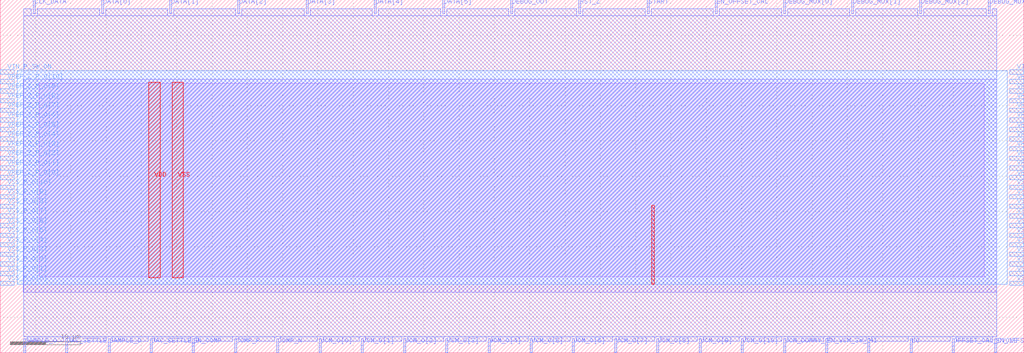
<source format=lef>
VERSION 5.7 ;
  NOWIREEXTENSIONATPIN ON ;
  DIVIDERCHAR "/" ;
  BUSBITCHARS "[]" ;
MACRO state_machine
  CLASS BLOCK ;
  FOREIGN state_machine ;
  ORIGIN 0.000 0.000 ;
  SIZE 145.000 BY 50.000 ;
  PIN CLK_DATA
    DIRECTION OUTPUT ;
    USE SIGNAL ;
    ANTENNADIFFAREA 3.564000 ;
    PORT
      LAYER met2 ;
        RECT 4.690 48.000 4.970 50.000 ;
    END
  END CLK_DATA
  PIN COMP_N
    DIRECTION INPUT ;
    USE SIGNAL ;
    ANTENNAGATEAREA 0.373500 ;
    PORT
      LAYER met2 ;
        RECT 39.190 0.000 39.470 2.000 ;
    END
  END COMP_N
  PIN COMP_P
    DIRECTION INPUT ;
    USE SIGNAL ;
    ANTENNAGATEAREA 1.885500 ;
    PORT
      LAYER met2 ;
        RECT 33.210 0.000 33.490 2.000 ;
    END
  END COMP_P
  PIN DAC_SETTLE
    DIRECTION OUTPUT ;
    USE SIGNAL ;
    ANTENNAGATEAREA 0.126000 ;
    ANTENNADIFFAREA 0.429000 ;
    PORT
      LAYER met2 ;
        RECT 9.290 0.000 9.570 2.000 ;
    END
  END DAC_SETTLE
  PIN DAC_SETTLE_D
    DIRECTION INPUT ;
    USE SIGNAL ;
    ANTENNAGATEAREA 0.373500 ;
    PORT
      LAYER met2 ;
        RECT 21.250 0.000 21.530 2.000 ;
    END
  END DAC_SETTLE_D
  PIN DATA[0]
    DIRECTION OUTPUT ;
    USE SIGNAL ;
    ANTENNADIFFAREA 3.564000 ;
    PORT
      LAYER met2 ;
        RECT 14.350 48.000 14.630 50.000 ;
    END
  END DATA[0]
  PIN DATA[1]
    DIRECTION OUTPUT ;
    USE SIGNAL ;
    ANTENNADIFFAREA 3.564000 ;
    PORT
      LAYER met2 ;
        RECT 24.010 48.000 24.290 50.000 ;
    END
  END DATA[1]
  PIN DATA[2]
    DIRECTION OUTPUT ;
    USE SIGNAL ;
    ANTENNADIFFAREA 3.564000 ;
    PORT
      LAYER met2 ;
        RECT 33.670 48.000 33.950 50.000 ;
    END
  END DATA[2]
  PIN DATA[3]
    DIRECTION OUTPUT ;
    USE SIGNAL ;
    ANTENNADIFFAREA 3.564000 ;
    PORT
      LAYER met2 ;
        RECT 43.330 48.000 43.610 50.000 ;
    END
  END DATA[3]
  PIN DATA[4]
    DIRECTION OUTPUT ;
    USE SIGNAL ;
    ANTENNADIFFAREA 3.564000 ;
    PORT
      LAYER met2 ;
        RECT 52.990 48.000 53.270 50.000 ;
    END
  END DATA[4]
  PIN DATA[5]
    DIRECTION OUTPUT ;
    USE SIGNAL ;
    ANTENNADIFFAREA 3.564000 ;
    PORT
      LAYER met2 ;
        RECT 62.650 48.000 62.930 50.000 ;
    END
  END DATA[5]
  PIN DEBUG_MUX[0]
    DIRECTION INPUT ;
    USE SIGNAL ;
    ANTENNAGATEAREA 1.512000 ;
    PORT
      LAYER met2 ;
        RECT 110.950 48.000 111.230 50.000 ;
    END
  END DEBUG_MUX[0]
  PIN DEBUG_MUX[1]
    DIRECTION INPUT ;
    USE SIGNAL ;
    ANTENNAGATEAREA 1.008000 ;
    PORT
      LAYER met2 ;
        RECT 120.610 48.000 120.890 50.000 ;
    END
  END DEBUG_MUX[1]
  PIN DEBUG_MUX[2]
    DIRECTION INPUT ;
    USE SIGNAL ;
    ANTENNAGATEAREA 0.393000 ;
    PORT
      LAYER met2 ;
        RECT 130.270 48.000 130.550 50.000 ;
    END
  END DEBUG_MUX[2]
  PIN DEBUG_MUX[3]
    DIRECTION INPUT ;
    USE SIGNAL ;
    ANTENNAGATEAREA 0.303000 ;
    PORT
      LAYER met2 ;
        RECT 139.930 48.000 140.210 50.000 ;
    END
  END DEBUG_MUX[3]
  PIN DEBUG_OUT
    DIRECTION OUTPUT ;
    USE SIGNAL ;
    ANTENNADIFFAREA 3.564000 ;
    PORT
      LAYER met2 ;
        RECT 72.310 48.000 72.590 50.000 ;
    END
  END DEBUG_OUT
  PIN EN_COMP
    DIRECTION OUTPUT ;
    USE SIGNAL ;
    ANTENNAGATEAREA 0.126000 ;
    ANTENNADIFFAREA 0.891000 ;
    PORT
      LAYER met2 ;
        RECT 27.230 0.000 27.510 2.000 ;
    END
  END EN_COMP
  PIN EN_OFFSET_CAL
    DIRECTION INPUT ;
    USE SIGNAL ;
    ANTENNAGATEAREA 1.116000 ;
    PORT
      LAYER met2 ;
        RECT 101.290 48.000 101.570 50.000 ;
    END
  END EN_OFFSET_CAL
  PIN EN_OFFSET_CAL_O
    DIRECTION OUTPUT ;
    USE SIGNAL ;
    ANTENNADIFFAREA 0.445500 ;
    PORT
      LAYER met2 ;
        RECT 140.850 0.000 141.130 2.000 ;
    END
  END EN_OFFSET_CAL_O
  PIN EN_VCM_SW_O
    DIRECTION OUTPUT ;
    USE SIGNAL ;
    ANTENNAGATEAREA 0.126000 ;
    ANTENNADIFFAREA 0.891000 ;
    PORT
      LAYER met2 ;
        RECT 116.930 0.000 117.210 2.000 ;
    END
  END EN_VCM_SW_O
  PIN HI
    DIRECTION OUTPUT ;
    USE SIGNAL ;
    ANTENNAGATEAREA 0.378000 ;
    ANTENNADIFFAREA 0.891000 ;
    PORT
      LAYER met2 ;
        RECT 122.910 0.000 123.190 2.000 ;
    END
  END HI
  PIN LO
    DIRECTION OUTPUT ;
    USE SIGNAL ;
    ANTENNAGATEAREA 0.247500 ;
    ANTENNADIFFAREA 0.891000 ;
    PORT
      LAYER met2 ;
        RECT 128.890 0.000 129.170 2.000 ;
    END
  END LO
  PIN OFFSET_CAL_CYCLE
    DIRECTION OUTPUT ;
    USE SIGNAL ;
    ANTENNADIFFAREA 0.891000 ;
    PORT
      LAYER met2 ;
        RECT 134.870 0.000 135.150 2.000 ;
    END
  END OFFSET_CAL_CYCLE
  PIN RST_Z
    DIRECTION INPUT ;
    USE SIGNAL ;
    ANTENNAGATEAREA 0.990000 ;
    PORT
      LAYER met2 ;
        RECT 81.970 48.000 82.250 50.000 ;
    END
  END RST_Z
  PIN SAMPLE_D
    DIRECTION INPUT ;
    USE SIGNAL ;
    ANTENNAGATEAREA 0.499500 ;
    PORT
      LAYER met2 ;
        RECT 15.270 0.000 15.550 2.000 ;
    END
  END SAMPLE_D
  PIN SAMPLE_O
    DIRECTION OUTPUT ;
    USE SIGNAL ;
    ANTENNADIFFAREA 0.891000 ;
    PORT
      LAYER met2 ;
        RECT 3.310 0.000 3.590 2.000 ;
    END
  END SAMPLE_O
  PIN START
    DIRECTION INPUT ;
    USE SIGNAL ;
    ANTENNAGATEAREA 0.247500 ;
    PORT
      LAYER met2 ;
        RECT 91.630 48.000 91.910 50.000 ;
    END
  END START
  PIN VCM_DUMMY_O
    DIRECTION OUTPUT ;
    USE SIGNAL ;
    ANTENNADIFFAREA 0.891000 ;
    PORT
      LAYER met2 ;
        RECT 110.950 0.000 111.230 2.000 ;
    END
  END VCM_DUMMY_O
  PIN VCM_O[0]
    DIRECTION OUTPUT ;
    USE SIGNAL ;
    ANTENNAGATEAREA 0.247500 ;
    ANTENNADIFFAREA 0.891000 ;
    PORT
      LAYER met2 ;
        RECT 45.170 0.000 45.450 2.000 ;
    END
  END VCM_O[0]
  PIN VCM_O[10]
    DIRECTION OUTPUT ;
    USE SIGNAL ;
    ANTENNAGATEAREA 0.247500 ;
    ANTENNADIFFAREA 0.891000 ;
    PORT
      LAYER met2 ;
        RECT 104.970 0.000 105.250 2.000 ;
    END
  END VCM_O[10]
  PIN VCM_O[1]
    DIRECTION OUTPUT ;
    USE SIGNAL ;
    ANTENNAGATEAREA 0.247500 ;
    ANTENNADIFFAREA 0.891000 ;
    PORT
      LAYER met2 ;
        RECT 51.150 0.000 51.430 2.000 ;
    END
  END VCM_O[1]
  PIN VCM_O[2]
    DIRECTION OUTPUT ;
    USE SIGNAL ;
    ANTENNAGATEAREA 0.247500 ;
    ANTENNADIFFAREA 0.891000 ;
    PORT
      LAYER met2 ;
        RECT 57.130 0.000 57.410 2.000 ;
    END
  END VCM_O[2]
  PIN VCM_O[3]
    DIRECTION OUTPUT ;
    USE SIGNAL ;
    ANTENNAGATEAREA 0.247500 ;
    ANTENNADIFFAREA 0.891000 ;
    PORT
      LAYER met2 ;
        RECT 63.110 0.000 63.390 2.000 ;
    END
  END VCM_O[3]
  PIN VCM_O[4]
    DIRECTION OUTPUT ;
    USE SIGNAL ;
    ANTENNAGATEAREA 0.247500 ;
    ANTENNADIFFAREA 0.891000 ;
    PORT
      LAYER met2 ;
        RECT 69.090 0.000 69.370 2.000 ;
    END
  END VCM_O[4]
  PIN VCM_O[5]
    DIRECTION OUTPUT ;
    USE SIGNAL ;
    ANTENNAGATEAREA 0.247500 ;
    ANTENNADIFFAREA 0.891000 ;
    PORT
      LAYER met2 ;
        RECT 75.070 0.000 75.350 2.000 ;
    END
  END VCM_O[5]
  PIN VCM_O[6]
    DIRECTION OUTPUT ;
    USE SIGNAL ;
    ANTENNAGATEAREA 0.247500 ;
    ANTENNADIFFAREA 0.891000 ;
    PORT
      LAYER met2 ;
        RECT 81.050 0.000 81.330 2.000 ;
    END
  END VCM_O[6]
  PIN VCM_O[7]
    DIRECTION OUTPUT ;
    USE SIGNAL ;
    ANTENNAGATEAREA 0.247500 ;
    ANTENNADIFFAREA 0.891000 ;
    PORT
      LAYER met2 ;
        RECT 87.030 0.000 87.310 2.000 ;
    END
  END VCM_O[7]
  PIN VCM_O[8]
    DIRECTION OUTPUT ;
    USE SIGNAL ;
    ANTENNAGATEAREA 0.247500 ;
    ANTENNADIFFAREA 0.891000 ;
    PORT
      LAYER met2 ;
        RECT 93.010 0.000 93.290 2.000 ;
    END
  END VCM_O[8]
  PIN VCM_O[9]
    DIRECTION OUTPUT ;
    USE SIGNAL ;
    ANTENNAGATEAREA 0.247500 ;
    ANTENNADIFFAREA 0.891000 ;
    PORT
      LAYER met2 ;
        RECT 98.990 0.000 99.270 2.000 ;
    END
  END VCM_O[9]
  PIN VDD
    DIRECTION INOUT ;
    USE POWER ;
    PORT
      LAYER met4 ;
        RECT 21.040 10.640 22.640 38.320 ;
    END
  END VDD
  PIN VIN_N_SW_ON
    DIRECTION INPUT ;
    USE SIGNAL ;
    ANTENNAGATEAREA 0.247500 ;
    PORT
      LAYER met3 ;
        RECT 143.000 39.480 145.000 40.080 ;
    END
  END VIN_N_SW_ON
  PIN VIN_P_SW_ON
    DIRECTION INPUT ;
    USE SIGNAL ;
    ANTENNAGATEAREA 0.247500 ;
    ANTENNADIFFAREA 0.434700 ;
    PORT
      LAYER met3 ;
        RECT 0.000 39.480 2.000 40.080 ;
    END
  END VIN_P_SW_ON
  PIN VREF_Z_N_O[0]
    DIRECTION OUTPUT ;
    USE SIGNAL ;
    ANTENNADIFFAREA 0.891000 ;
    PORT
      LAYER met3 ;
        RECT 143.000 24.520 145.000 25.120 ;
    END
  END VREF_Z_N_O[0]
  PIN VREF_Z_N_O[10]
    DIRECTION OUTPUT ;
    USE SIGNAL ;
    ANTENNADIFFAREA 0.891000 ;
    PORT
      LAYER met3 ;
        RECT 143.000 38.120 145.000 38.720 ;
    END
  END VREF_Z_N_O[10]
  PIN VREF_Z_N_O[1]
    DIRECTION OUTPUT ;
    USE SIGNAL ;
    ANTENNADIFFAREA 0.891000 ;
    PORT
      LAYER met3 ;
        RECT 143.000 25.880 145.000 26.480 ;
    END
  END VREF_Z_N_O[1]
  PIN VREF_Z_N_O[2]
    DIRECTION OUTPUT ;
    USE SIGNAL ;
    ANTENNADIFFAREA 0.891000 ;
    PORT
      LAYER met3 ;
        RECT 143.000 27.240 145.000 27.840 ;
    END
  END VREF_Z_N_O[2]
  PIN VREF_Z_N_O[3]
    DIRECTION OUTPUT ;
    USE SIGNAL ;
    ANTENNADIFFAREA 0.891000 ;
    PORT
      LAYER met3 ;
        RECT 143.000 28.600 145.000 29.200 ;
    END
  END VREF_Z_N_O[3]
  PIN VREF_Z_N_O[4]
    DIRECTION OUTPUT ;
    USE SIGNAL ;
    ANTENNADIFFAREA 0.891000 ;
    PORT
      LAYER met3 ;
        RECT 143.000 29.960 145.000 30.560 ;
    END
  END VREF_Z_N_O[4]
  PIN VREF_Z_N_O[5]
    DIRECTION OUTPUT ;
    USE SIGNAL ;
    ANTENNADIFFAREA 0.891000 ;
    PORT
      LAYER met3 ;
        RECT 143.000 31.320 145.000 31.920 ;
    END
  END VREF_Z_N_O[5]
  PIN VREF_Z_N_O[6]
    DIRECTION OUTPUT ;
    USE SIGNAL ;
    ANTENNADIFFAREA 0.891000 ;
    PORT
      LAYER met3 ;
        RECT 143.000 32.680 145.000 33.280 ;
    END
  END VREF_Z_N_O[6]
  PIN VREF_Z_N_O[7]
    DIRECTION OUTPUT ;
    USE SIGNAL ;
    ANTENNADIFFAREA 0.891000 ;
    PORT
      LAYER met3 ;
        RECT 143.000 34.040 145.000 34.640 ;
    END
  END VREF_Z_N_O[7]
  PIN VREF_Z_N_O[8]
    DIRECTION OUTPUT ;
    USE SIGNAL ;
    ANTENNADIFFAREA 0.891000 ;
    PORT
      LAYER met3 ;
        RECT 143.000 35.400 145.000 36.000 ;
    END
  END VREF_Z_N_O[8]
  PIN VREF_Z_N_O[9]
    DIRECTION OUTPUT ;
    USE SIGNAL ;
    ANTENNADIFFAREA 0.891000 ;
    PORT
      LAYER met3 ;
        RECT 143.000 36.760 145.000 37.360 ;
    END
  END VREF_Z_N_O[9]
  PIN VREF_Z_P_O[0]
    DIRECTION OUTPUT ;
    USE SIGNAL ;
    ANTENNADIFFAREA 0.891000 ;
    PORT
      LAYER met3 ;
        RECT 0.000 24.520 2.000 25.120 ;
    END
  END VREF_Z_P_O[0]
  PIN VREF_Z_P_O[10]
    DIRECTION OUTPUT ;
    USE SIGNAL ;
    ANTENNADIFFAREA 0.891000 ;
    PORT
      LAYER met3 ;
        RECT 0.000 38.120 2.000 38.720 ;
    END
  END VREF_Z_P_O[10]
  PIN VREF_Z_P_O[1]
    DIRECTION OUTPUT ;
    USE SIGNAL ;
    ANTENNADIFFAREA 0.891000 ;
    PORT
      LAYER met3 ;
        RECT 0.000 25.880 2.000 26.480 ;
    END
  END VREF_Z_P_O[1]
  PIN VREF_Z_P_O[2]
    DIRECTION OUTPUT ;
    USE SIGNAL ;
    ANTENNADIFFAREA 0.891000 ;
    PORT
      LAYER met3 ;
        RECT 0.000 27.240 2.000 27.840 ;
    END
  END VREF_Z_P_O[2]
  PIN VREF_Z_P_O[3]
    DIRECTION OUTPUT ;
    USE SIGNAL ;
    ANTENNADIFFAREA 0.891000 ;
    PORT
      LAYER met3 ;
        RECT 0.000 28.600 2.000 29.200 ;
    END
  END VREF_Z_P_O[3]
  PIN VREF_Z_P_O[4]
    DIRECTION OUTPUT ;
    USE SIGNAL ;
    ANTENNADIFFAREA 0.891000 ;
    PORT
      LAYER met3 ;
        RECT 0.000 29.960 2.000 30.560 ;
    END
  END VREF_Z_P_O[4]
  PIN VREF_Z_P_O[5]
    DIRECTION OUTPUT ;
    USE SIGNAL ;
    ANTENNADIFFAREA 0.891000 ;
    PORT
      LAYER met3 ;
        RECT 0.000 31.320 2.000 31.920 ;
    END
  END VREF_Z_P_O[5]
  PIN VREF_Z_P_O[6]
    DIRECTION OUTPUT ;
    USE SIGNAL ;
    ANTENNADIFFAREA 0.891000 ;
    PORT
      LAYER met3 ;
        RECT 0.000 32.680 2.000 33.280 ;
    END
  END VREF_Z_P_O[6]
  PIN VREF_Z_P_O[7]
    DIRECTION OUTPUT ;
    USE SIGNAL ;
    ANTENNADIFFAREA 0.891000 ;
    PORT
      LAYER met3 ;
        RECT 0.000 34.040 2.000 34.640 ;
    END
  END VREF_Z_P_O[7]
  PIN VREF_Z_P_O[8]
    DIRECTION OUTPUT ;
    USE SIGNAL ;
    ANTENNADIFFAREA 0.891000 ;
    PORT
      LAYER met3 ;
        RECT 0.000 35.400 2.000 36.000 ;
    END
  END VREF_Z_P_O[8]
  PIN VREF_Z_P_O[9]
    DIRECTION OUTPUT ;
    USE SIGNAL ;
    ANTENNADIFFAREA 0.891000 ;
    PORT
      LAYER met3 ;
        RECT 0.000 36.760 2.000 37.360 ;
    END
  END VREF_Z_P_O[9]
  PIN VSS
    DIRECTION INOUT ;
    USE GROUND ;
    PORT
      LAYER met4 ;
        RECT 24.340 10.640 25.940 38.320 ;
    END
  END VSS
  PIN VSS_N_O[0]
    DIRECTION OUTPUT ;
    USE SIGNAL ;
    ANTENNADIFFAREA 0.891000 ;
    PORT
      LAYER met3 ;
        RECT 143.000 9.560 145.000 10.160 ;
    END
  END VSS_N_O[0]
  PIN VSS_N_O[10]
    DIRECTION OUTPUT ;
    USE SIGNAL ;
    ANTENNADIFFAREA 0.891000 ;
    PORT
      LAYER met3 ;
        RECT 143.000 23.160 145.000 23.760 ;
    END
  END VSS_N_O[10]
  PIN VSS_N_O[1]
    DIRECTION OUTPUT ;
    USE SIGNAL ;
    ANTENNADIFFAREA 0.891000 ;
    PORT
      LAYER met3 ;
        RECT 143.000 10.920 145.000 11.520 ;
    END
  END VSS_N_O[1]
  PIN VSS_N_O[2]
    DIRECTION OUTPUT ;
    USE SIGNAL ;
    ANTENNADIFFAREA 0.891000 ;
    PORT
      LAYER met3 ;
        RECT 143.000 12.280 145.000 12.880 ;
    END
  END VSS_N_O[2]
  PIN VSS_N_O[3]
    DIRECTION OUTPUT ;
    USE SIGNAL ;
    ANTENNADIFFAREA 0.891000 ;
    PORT
      LAYER met3 ;
        RECT 143.000 13.640 145.000 14.240 ;
    END
  END VSS_N_O[3]
  PIN VSS_N_O[4]
    DIRECTION OUTPUT ;
    USE SIGNAL ;
    ANTENNADIFFAREA 0.891000 ;
    PORT
      LAYER met3 ;
        RECT 143.000 15.000 145.000 15.600 ;
    END
  END VSS_N_O[4]
  PIN VSS_N_O[5]
    DIRECTION OUTPUT ;
    USE SIGNAL ;
    ANTENNADIFFAREA 0.891000 ;
    PORT
      LAYER met3 ;
        RECT 143.000 16.360 145.000 16.960 ;
    END
  END VSS_N_O[5]
  PIN VSS_N_O[6]
    DIRECTION OUTPUT ;
    USE SIGNAL ;
    ANTENNADIFFAREA 0.891000 ;
    PORT
      LAYER met3 ;
        RECT 143.000 17.720 145.000 18.320 ;
    END
  END VSS_N_O[6]
  PIN VSS_N_O[7]
    DIRECTION OUTPUT ;
    USE SIGNAL ;
    ANTENNADIFFAREA 0.891000 ;
    PORT
      LAYER met3 ;
        RECT 143.000 19.080 145.000 19.680 ;
    END
  END VSS_N_O[7]
  PIN VSS_N_O[8]
    DIRECTION OUTPUT ;
    USE SIGNAL ;
    ANTENNADIFFAREA 0.891000 ;
    PORT
      LAYER met3 ;
        RECT 143.000 20.440 145.000 21.040 ;
    END
  END VSS_N_O[8]
  PIN VSS_N_O[9]
    DIRECTION OUTPUT ;
    USE SIGNAL ;
    ANTENNADIFFAREA 0.891000 ;
    PORT
      LAYER met3 ;
        RECT 143.000 21.800 145.000 22.400 ;
    END
  END VSS_N_O[9]
  PIN VSS_P_O[0]
    DIRECTION OUTPUT ;
    USE SIGNAL ;
    ANTENNADIFFAREA 0.891000 ;
    PORT
      LAYER met3 ;
        RECT 0.000 9.560 2.000 10.160 ;
    END
  END VSS_P_O[0]
  PIN VSS_P_O[10]
    DIRECTION OUTPUT ;
    USE SIGNAL ;
    ANTENNADIFFAREA 0.891000 ;
    PORT
      LAYER met3 ;
        RECT 0.000 23.160 2.000 23.760 ;
    END
  END VSS_P_O[10]
  PIN VSS_P_O[1]
    DIRECTION OUTPUT ;
    USE SIGNAL ;
    ANTENNADIFFAREA 0.891000 ;
    PORT
      LAYER met3 ;
        RECT 0.000 10.920 2.000 11.520 ;
    END
  END VSS_P_O[1]
  PIN VSS_P_O[2]
    DIRECTION OUTPUT ;
    USE SIGNAL ;
    ANTENNADIFFAREA 0.891000 ;
    PORT
      LAYER met3 ;
        RECT 0.000 12.280 2.000 12.880 ;
    END
  END VSS_P_O[2]
  PIN VSS_P_O[3]
    DIRECTION OUTPUT ;
    USE SIGNAL ;
    ANTENNADIFFAREA 0.891000 ;
    PORT
      LAYER met3 ;
        RECT 0.000 13.640 2.000 14.240 ;
    END
  END VSS_P_O[3]
  PIN VSS_P_O[4]
    DIRECTION OUTPUT ;
    USE SIGNAL ;
    ANTENNADIFFAREA 0.891000 ;
    PORT
      LAYER met3 ;
        RECT 0.000 15.000 2.000 15.600 ;
    END
  END VSS_P_O[4]
  PIN VSS_P_O[5]
    DIRECTION OUTPUT ;
    USE SIGNAL ;
    ANTENNADIFFAREA 0.891000 ;
    PORT
      LAYER met3 ;
        RECT 0.000 16.360 2.000 16.960 ;
    END
  END VSS_P_O[5]
  PIN VSS_P_O[6]
    DIRECTION OUTPUT ;
    USE SIGNAL ;
    ANTENNADIFFAREA 0.891000 ;
    PORT
      LAYER met3 ;
        RECT 0.000 17.720 2.000 18.320 ;
    END
  END VSS_P_O[6]
  PIN VSS_P_O[7]
    DIRECTION OUTPUT ;
    USE SIGNAL ;
    ANTENNADIFFAREA 0.891000 ;
    PORT
      LAYER met3 ;
        RECT 0.000 19.080 2.000 19.680 ;
    END
  END VSS_P_O[7]
  PIN VSS_P_O[8]
    DIRECTION OUTPUT ;
    USE SIGNAL ;
    ANTENNADIFFAREA 0.891000 ;
    PORT
      LAYER met3 ;
        RECT 0.000 20.440 2.000 21.040 ;
    END
  END VSS_P_O[8]
  PIN VSS_P_O[9]
    DIRECTION OUTPUT ;
    USE SIGNAL ;
    ANTENNADIFFAREA 0.891000 ;
    PORT
      LAYER met3 ;
        RECT 0.000 21.800 2.000 22.400 ;
    END
  END VSS_P_O[9]
  OBS
      LAYER li1 ;
        RECT 5.520 10.795 139.380 38.165 ;
      LAYER met1 ;
        RECT 3.290 8.540 141.150 38.720 ;
      LAYER met2 ;
        RECT 3.320 47.720 4.410 48.690 ;
        RECT 5.250 47.720 14.070 48.690 ;
        RECT 14.910 47.720 23.730 48.690 ;
        RECT 24.570 47.720 33.390 48.690 ;
        RECT 34.230 47.720 43.050 48.690 ;
        RECT 43.890 47.720 52.710 48.690 ;
        RECT 53.550 47.720 62.370 48.690 ;
        RECT 63.210 47.720 72.030 48.690 ;
        RECT 72.870 47.720 81.690 48.690 ;
        RECT 82.530 47.720 91.350 48.690 ;
        RECT 92.190 47.720 101.010 48.690 ;
        RECT 101.850 47.720 110.670 48.690 ;
        RECT 111.510 47.720 120.330 48.690 ;
        RECT 121.170 47.720 129.990 48.690 ;
        RECT 130.830 47.720 139.650 48.690 ;
        RECT 140.490 47.720 141.120 48.690 ;
        RECT 3.320 2.280 141.120 47.720 ;
        RECT 3.870 1.630 9.010 2.280 ;
        RECT 9.850 1.630 14.990 2.280 ;
        RECT 15.830 1.630 20.970 2.280 ;
        RECT 21.810 1.630 26.950 2.280 ;
        RECT 27.790 1.630 32.930 2.280 ;
        RECT 33.770 1.630 38.910 2.280 ;
        RECT 39.750 1.630 44.890 2.280 ;
        RECT 45.730 1.630 50.870 2.280 ;
        RECT 51.710 1.630 56.850 2.280 ;
        RECT 57.690 1.630 62.830 2.280 ;
        RECT 63.670 1.630 68.810 2.280 ;
        RECT 69.650 1.630 74.790 2.280 ;
        RECT 75.630 1.630 80.770 2.280 ;
        RECT 81.610 1.630 86.750 2.280 ;
        RECT 87.590 1.630 92.730 2.280 ;
        RECT 93.570 1.630 98.710 2.280 ;
        RECT 99.550 1.630 104.690 2.280 ;
        RECT 105.530 1.630 110.670 2.280 ;
        RECT 111.510 1.630 116.650 2.280 ;
        RECT 117.490 1.630 122.630 2.280 ;
        RECT 123.470 1.630 128.610 2.280 ;
        RECT 129.450 1.630 134.590 2.280 ;
        RECT 135.430 1.630 140.570 2.280 ;
      LAYER met3 ;
        RECT 2.400 9.695 142.600 39.945 ;
      LAYER met4 ;
        RECT 92.295 9.695 92.625 20.905 ;
  END
END state_machine
END LIBRARY


</source>
